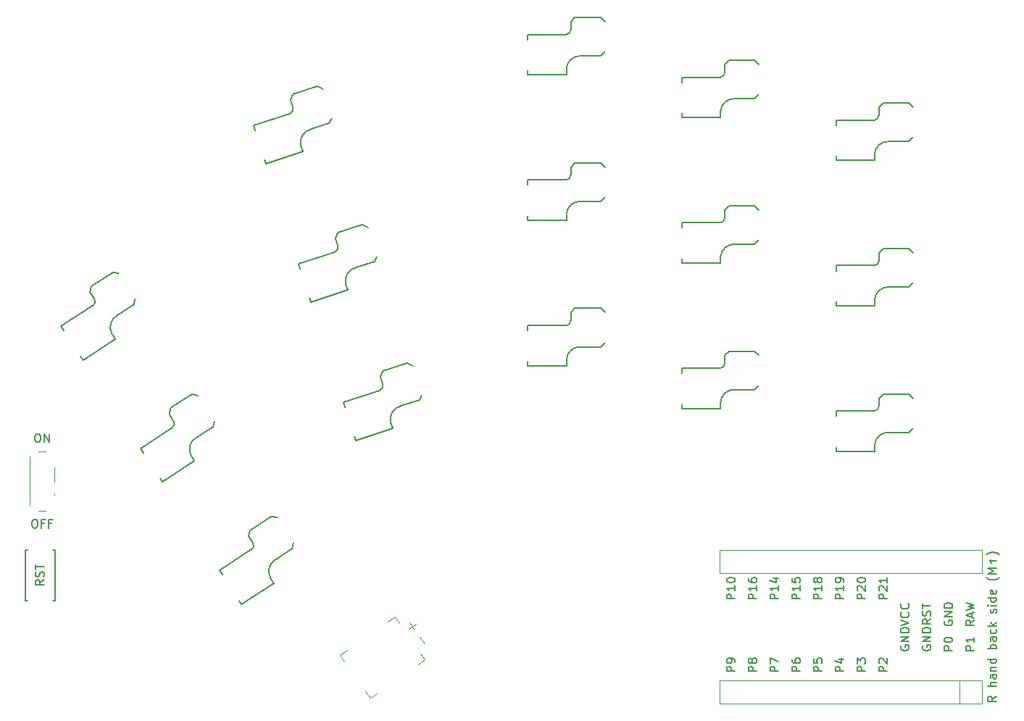
<source format=gbr>
%TF.GenerationSoftware,KiCad,Pcbnew,9.0.6*%
%TF.CreationDate,2025-12-19T17:46:44-08:00*%
%TF.ProjectId,aphelo30,61706865-6c6f-4333-902e-6b696361645f,v1.0.0*%
%TF.SameCoordinates,Original*%
%TF.FileFunction,Legend,Top*%
%TF.FilePolarity,Positive*%
%FSLAX46Y46*%
G04 Gerber Fmt 4.6, Leading zero omitted, Abs format (unit mm)*
G04 Created by KiCad (PCBNEW 9.0.6) date 2025-12-19 17:46:44*
%MOMM*%
%LPD*%
G01*
G04 APERTURE LIST*
%ADD10C,0.150000*%
%ADD11C,0.120000*%
%ADD12C,0.100000*%
G04 APERTURE END LIST*
D10*
X70226615Y-99750148D02*
X69750424Y-100083481D01*
X70226615Y-100321576D02*
X69226615Y-100321576D01*
X69226615Y-100321576D02*
X69226615Y-99940624D01*
X69226615Y-99940624D02*
X69274234Y-99845386D01*
X69274234Y-99845386D02*
X69321853Y-99797767D01*
X69321853Y-99797767D02*
X69417091Y-99750148D01*
X69417091Y-99750148D02*
X69559948Y-99750148D01*
X69559948Y-99750148D02*
X69655186Y-99797767D01*
X69655186Y-99797767D02*
X69702805Y-99845386D01*
X69702805Y-99845386D02*
X69750424Y-99940624D01*
X69750424Y-99940624D02*
X69750424Y-100321576D01*
X70178996Y-99369195D02*
X70226615Y-99226338D01*
X70226615Y-99226338D02*
X70226615Y-98988243D01*
X70226615Y-98988243D02*
X70178996Y-98893005D01*
X70178996Y-98893005D02*
X70131376Y-98845386D01*
X70131376Y-98845386D02*
X70036138Y-98797767D01*
X70036138Y-98797767D02*
X69940900Y-98797767D01*
X69940900Y-98797767D02*
X69845662Y-98845386D01*
X69845662Y-98845386D02*
X69798043Y-98893005D01*
X69798043Y-98893005D02*
X69750424Y-98988243D01*
X69750424Y-98988243D02*
X69702805Y-99178719D01*
X69702805Y-99178719D02*
X69655186Y-99273957D01*
X69655186Y-99273957D02*
X69607567Y-99321576D01*
X69607567Y-99321576D02*
X69512329Y-99369195D01*
X69512329Y-99369195D02*
X69417091Y-99369195D01*
X69417091Y-99369195D02*
X69321853Y-99321576D01*
X69321853Y-99321576D02*
X69274234Y-99273957D01*
X69274234Y-99273957D02*
X69226615Y-99178719D01*
X69226615Y-99178719D02*
X69226615Y-98940624D01*
X69226615Y-98940624D02*
X69274234Y-98797767D01*
X69226615Y-98512052D02*
X69226615Y-97940624D01*
X70226615Y-98226338D02*
X69226615Y-98226338D01*
X181471615Y-113345387D02*
X180995424Y-113678720D01*
X181471615Y-113916815D02*
X180471615Y-113916815D01*
X180471615Y-113916815D02*
X180471615Y-113535863D01*
X180471615Y-113535863D02*
X180519234Y-113440625D01*
X180519234Y-113440625D02*
X180566853Y-113393006D01*
X180566853Y-113393006D02*
X180662091Y-113345387D01*
X180662091Y-113345387D02*
X180804948Y-113345387D01*
X180804948Y-113345387D02*
X180900186Y-113393006D01*
X180900186Y-113393006D02*
X180947805Y-113440625D01*
X180947805Y-113440625D02*
X180995424Y-113535863D01*
X180995424Y-113535863D02*
X180995424Y-113916815D01*
X181471615Y-112154910D02*
X180471615Y-112154910D01*
X181471615Y-111726339D02*
X180947805Y-111726339D01*
X180947805Y-111726339D02*
X180852567Y-111773958D01*
X180852567Y-111773958D02*
X180804948Y-111869196D01*
X180804948Y-111869196D02*
X180804948Y-112012053D01*
X180804948Y-112012053D02*
X180852567Y-112107291D01*
X180852567Y-112107291D02*
X180900186Y-112154910D01*
X181471615Y-110821577D02*
X180947805Y-110821577D01*
X180947805Y-110821577D02*
X180852567Y-110869196D01*
X180852567Y-110869196D02*
X180804948Y-110964434D01*
X180804948Y-110964434D02*
X180804948Y-111154910D01*
X180804948Y-111154910D02*
X180852567Y-111250148D01*
X181423996Y-110821577D02*
X181471615Y-110916815D01*
X181471615Y-110916815D02*
X181471615Y-111154910D01*
X181471615Y-111154910D02*
X181423996Y-111250148D01*
X181423996Y-111250148D02*
X181328757Y-111297767D01*
X181328757Y-111297767D02*
X181233519Y-111297767D01*
X181233519Y-111297767D02*
X181138281Y-111250148D01*
X181138281Y-111250148D02*
X181090662Y-111154910D01*
X181090662Y-111154910D02*
X181090662Y-110916815D01*
X181090662Y-110916815D02*
X181043043Y-110821577D01*
X180804948Y-110345386D02*
X181471615Y-110345386D01*
X180900186Y-110345386D02*
X180852567Y-110297767D01*
X180852567Y-110297767D02*
X180804948Y-110202529D01*
X180804948Y-110202529D02*
X180804948Y-110059672D01*
X180804948Y-110059672D02*
X180852567Y-109964434D01*
X180852567Y-109964434D02*
X180947805Y-109916815D01*
X180947805Y-109916815D02*
X181471615Y-109916815D01*
X181471615Y-109012053D02*
X180471615Y-109012053D01*
X181423996Y-109012053D02*
X181471615Y-109107291D01*
X181471615Y-109107291D02*
X181471615Y-109297767D01*
X181471615Y-109297767D02*
X181423996Y-109393005D01*
X181423996Y-109393005D02*
X181376376Y-109440624D01*
X181376376Y-109440624D02*
X181281138Y-109488243D01*
X181281138Y-109488243D02*
X180995424Y-109488243D01*
X180995424Y-109488243D02*
X180900186Y-109440624D01*
X180900186Y-109440624D02*
X180852567Y-109393005D01*
X180852567Y-109393005D02*
X180804948Y-109297767D01*
X180804948Y-109297767D02*
X180804948Y-109107291D01*
X180804948Y-109107291D02*
X180852567Y-109012053D01*
X181471615Y-107773957D02*
X180471615Y-107773957D01*
X180852567Y-107773957D02*
X180804948Y-107678719D01*
X180804948Y-107678719D02*
X180804948Y-107488243D01*
X180804948Y-107488243D02*
X180852567Y-107393005D01*
X180852567Y-107393005D02*
X180900186Y-107345386D01*
X180900186Y-107345386D02*
X180995424Y-107297767D01*
X180995424Y-107297767D02*
X181281138Y-107297767D01*
X181281138Y-107297767D02*
X181376376Y-107345386D01*
X181376376Y-107345386D02*
X181423996Y-107393005D01*
X181423996Y-107393005D02*
X181471615Y-107488243D01*
X181471615Y-107488243D02*
X181471615Y-107678719D01*
X181471615Y-107678719D02*
X181423996Y-107773957D01*
X181471615Y-106440624D02*
X180947805Y-106440624D01*
X180947805Y-106440624D02*
X180852567Y-106488243D01*
X180852567Y-106488243D02*
X180804948Y-106583481D01*
X180804948Y-106583481D02*
X180804948Y-106773957D01*
X180804948Y-106773957D02*
X180852567Y-106869195D01*
X181423996Y-106440624D02*
X181471615Y-106535862D01*
X181471615Y-106535862D02*
X181471615Y-106773957D01*
X181471615Y-106773957D02*
X181423996Y-106869195D01*
X181423996Y-106869195D02*
X181328757Y-106916814D01*
X181328757Y-106916814D02*
X181233519Y-106916814D01*
X181233519Y-106916814D02*
X181138281Y-106869195D01*
X181138281Y-106869195D02*
X181090662Y-106773957D01*
X181090662Y-106773957D02*
X181090662Y-106535862D01*
X181090662Y-106535862D02*
X181043043Y-106440624D01*
X181423996Y-105535862D02*
X181471615Y-105631100D01*
X181471615Y-105631100D02*
X181471615Y-105821576D01*
X181471615Y-105821576D02*
X181423996Y-105916814D01*
X181423996Y-105916814D02*
X181376376Y-105964433D01*
X181376376Y-105964433D02*
X181281138Y-106012052D01*
X181281138Y-106012052D02*
X180995424Y-106012052D01*
X180995424Y-106012052D02*
X180900186Y-105964433D01*
X180900186Y-105964433D02*
X180852567Y-105916814D01*
X180852567Y-105916814D02*
X180804948Y-105821576D01*
X180804948Y-105821576D02*
X180804948Y-105631100D01*
X180804948Y-105631100D02*
X180852567Y-105535862D01*
X181471615Y-105107290D02*
X180471615Y-105107290D01*
X181090662Y-105012052D02*
X181471615Y-104726338D01*
X180804948Y-104726338D02*
X181185900Y-105107290D01*
X181423996Y-103583480D02*
X181471615Y-103488242D01*
X181471615Y-103488242D02*
X181471615Y-103297766D01*
X181471615Y-103297766D02*
X181423996Y-103202528D01*
X181423996Y-103202528D02*
X181328757Y-103154909D01*
X181328757Y-103154909D02*
X181281138Y-103154909D01*
X181281138Y-103154909D02*
X181185900Y-103202528D01*
X181185900Y-103202528D02*
X181138281Y-103297766D01*
X181138281Y-103297766D02*
X181138281Y-103440623D01*
X181138281Y-103440623D02*
X181090662Y-103535861D01*
X181090662Y-103535861D02*
X180995424Y-103583480D01*
X180995424Y-103583480D02*
X180947805Y-103583480D01*
X180947805Y-103583480D02*
X180852567Y-103535861D01*
X180852567Y-103535861D02*
X180804948Y-103440623D01*
X180804948Y-103440623D02*
X180804948Y-103297766D01*
X180804948Y-103297766D02*
X180852567Y-103202528D01*
X181471615Y-102726337D02*
X180804948Y-102726337D01*
X180471615Y-102726337D02*
X180519234Y-102773956D01*
X180519234Y-102773956D02*
X180566853Y-102726337D01*
X180566853Y-102726337D02*
X180519234Y-102678718D01*
X180519234Y-102678718D02*
X180471615Y-102726337D01*
X180471615Y-102726337D02*
X180566853Y-102726337D01*
X181471615Y-101821576D02*
X180471615Y-101821576D01*
X181423996Y-101821576D02*
X181471615Y-101916814D01*
X181471615Y-101916814D02*
X181471615Y-102107290D01*
X181471615Y-102107290D02*
X181423996Y-102202528D01*
X181423996Y-102202528D02*
X181376376Y-102250147D01*
X181376376Y-102250147D02*
X181281138Y-102297766D01*
X181281138Y-102297766D02*
X180995424Y-102297766D01*
X180995424Y-102297766D02*
X180900186Y-102250147D01*
X180900186Y-102250147D02*
X180852567Y-102202528D01*
X180852567Y-102202528D02*
X180804948Y-102107290D01*
X180804948Y-102107290D02*
X180804948Y-101916814D01*
X180804948Y-101916814D02*
X180852567Y-101821576D01*
X181423996Y-100964433D02*
X181471615Y-101059671D01*
X181471615Y-101059671D02*
X181471615Y-101250147D01*
X181471615Y-101250147D02*
X181423996Y-101345385D01*
X181423996Y-101345385D02*
X181328757Y-101393004D01*
X181328757Y-101393004D02*
X180947805Y-101393004D01*
X180947805Y-101393004D02*
X180852567Y-101345385D01*
X180852567Y-101345385D02*
X180804948Y-101250147D01*
X180804948Y-101250147D02*
X180804948Y-101059671D01*
X180804948Y-101059671D02*
X180852567Y-100964433D01*
X180852567Y-100964433D02*
X180947805Y-100916814D01*
X180947805Y-100916814D02*
X181043043Y-100916814D01*
X181043043Y-100916814D02*
X181138281Y-101393004D01*
X181852567Y-99440623D02*
X181804948Y-99488242D01*
X181804948Y-99488242D02*
X181662091Y-99583480D01*
X181662091Y-99583480D02*
X181566853Y-99631099D01*
X181566853Y-99631099D02*
X181423996Y-99678718D01*
X181423996Y-99678718D02*
X181185900Y-99726337D01*
X181185900Y-99726337D02*
X180995424Y-99726337D01*
X180995424Y-99726337D02*
X180757329Y-99678718D01*
X180757329Y-99678718D02*
X180614472Y-99631099D01*
X180614472Y-99631099D02*
X180519234Y-99583480D01*
X180519234Y-99583480D02*
X180376376Y-99488242D01*
X180376376Y-99488242D02*
X180328757Y-99440623D01*
X181471615Y-99059670D02*
X180471615Y-99059670D01*
X180471615Y-99059670D02*
X181185900Y-98726337D01*
X181185900Y-98726337D02*
X180471615Y-98393004D01*
X180471615Y-98393004D02*
X181471615Y-98393004D01*
X181471615Y-97535861D02*
X180709710Y-97535861D01*
X180900186Y-97726337D02*
X180709710Y-97535861D01*
X180709710Y-97535861D02*
X180900186Y-97345385D01*
X181852567Y-96773956D02*
X181804948Y-96726337D01*
X181804948Y-96726337D02*
X181662091Y-96631099D01*
X181662091Y-96631099D02*
X181566853Y-96583480D01*
X181566853Y-96583480D02*
X181423996Y-96535861D01*
X181423996Y-96535861D02*
X181185900Y-96488242D01*
X181185900Y-96488242D02*
X180995424Y-96488242D01*
X180995424Y-96488242D02*
X180757329Y-96535861D01*
X180757329Y-96535861D02*
X180614472Y-96583480D01*
X180614472Y-96583480D02*
X180519234Y-96631099D01*
X180519234Y-96631099D02*
X180376376Y-96726337D01*
X180376376Y-96726337D02*
X180328757Y-96773956D01*
X150986615Y-110410623D02*
X149986615Y-110410623D01*
X149986615Y-110410623D02*
X149986615Y-110029671D01*
X149986615Y-110029671D02*
X150034234Y-109934433D01*
X150034234Y-109934433D02*
X150081853Y-109886814D01*
X150081853Y-109886814D02*
X150177091Y-109839195D01*
X150177091Y-109839195D02*
X150319948Y-109839195D01*
X150319948Y-109839195D02*
X150415186Y-109886814D01*
X150415186Y-109886814D02*
X150462805Y-109934433D01*
X150462805Y-109934433D02*
X150510424Y-110029671D01*
X150510424Y-110029671D02*
X150510424Y-110410623D01*
X150986615Y-109363004D02*
X150986615Y-109172528D01*
X150986615Y-109172528D02*
X150938996Y-109077290D01*
X150938996Y-109077290D02*
X150891376Y-109029671D01*
X150891376Y-109029671D02*
X150748519Y-108934433D01*
X150748519Y-108934433D02*
X150558043Y-108886814D01*
X150558043Y-108886814D02*
X150177091Y-108886814D01*
X150177091Y-108886814D02*
X150081853Y-108934433D01*
X150081853Y-108934433D02*
X150034234Y-108982052D01*
X150034234Y-108982052D02*
X149986615Y-109077290D01*
X149986615Y-109077290D02*
X149986615Y-109267766D01*
X149986615Y-109267766D02*
X150034234Y-109363004D01*
X150034234Y-109363004D02*
X150081853Y-109410623D01*
X150081853Y-109410623D02*
X150177091Y-109458242D01*
X150177091Y-109458242D02*
X150415186Y-109458242D01*
X150415186Y-109458242D02*
X150510424Y-109410623D01*
X150510424Y-109410623D02*
X150558043Y-109363004D01*
X150558043Y-109363004D02*
X150605662Y-109267766D01*
X150605662Y-109267766D02*
X150605662Y-109077290D01*
X150605662Y-109077290D02*
X150558043Y-108982052D01*
X150558043Y-108982052D02*
X150510424Y-108934433D01*
X150510424Y-108934433D02*
X150415186Y-108886814D01*
X150986615Y-101946814D02*
X149986615Y-101946814D01*
X149986615Y-101946814D02*
X149986615Y-101565862D01*
X149986615Y-101565862D02*
X150034234Y-101470624D01*
X150034234Y-101470624D02*
X150081853Y-101423005D01*
X150081853Y-101423005D02*
X150177091Y-101375386D01*
X150177091Y-101375386D02*
X150319948Y-101375386D01*
X150319948Y-101375386D02*
X150415186Y-101423005D01*
X150415186Y-101423005D02*
X150462805Y-101470624D01*
X150462805Y-101470624D02*
X150510424Y-101565862D01*
X150510424Y-101565862D02*
X150510424Y-101946814D01*
X150986615Y-100423005D02*
X150986615Y-100994433D01*
X150986615Y-100708719D02*
X149986615Y-100708719D01*
X149986615Y-100708719D02*
X150129472Y-100803957D01*
X150129472Y-100803957D02*
X150224710Y-100899195D01*
X150224710Y-100899195D02*
X150272329Y-100994433D01*
X149986615Y-99803957D02*
X149986615Y-99708719D01*
X149986615Y-99708719D02*
X150034234Y-99613481D01*
X150034234Y-99613481D02*
X150081853Y-99565862D01*
X150081853Y-99565862D02*
X150177091Y-99518243D01*
X150177091Y-99518243D02*
X150367567Y-99470624D01*
X150367567Y-99470624D02*
X150605662Y-99470624D01*
X150605662Y-99470624D02*
X150796138Y-99518243D01*
X150796138Y-99518243D02*
X150891376Y-99565862D01*
X150891376Y-99565862D02*
X150938996Y-99613481D01*
X150938996Y-99613481D02*
X150986615Y-99708719D01*
X150986615Y-99708719D02*
X150986615Y-99803957D01*
X150986615Y-99803957D02*
X150938996Y-99899195D01*
X150938996Y-99899195D02*
X150891376Y-99946814D01*
X150891376Y-99946814D02*
X150796138Y-99994433D01*
X150796138Y-99994433D02*
X150605662Y-100042052D01*
X150605662Y-100042052D02*
X150367567Y-100042052D01*
X150367567Y-100042052D02*
X150177091Y-99994433D01*
X150177091Y-99994433D02*
X150081853Y-99946814D01*
X150081853Y-99946814D02*
X150034234Y-99899195D01*
X150034234Y-99899195D02*
X149986615Y-99803957D01*
X153526615Y-110410623D02*
X152526615Y-110410623D01*
X152526615Y-110410623D02*
X152526615Y-110029671D01*
X152526615Y-110029671D02*
X152574234Y-109934433D01*
X152574234Y-109934433D02*
X152621853Y-109886814D01*
X152621853Y-109886814D02*
X152717091Y-109839195D01*
X152717091Y-109839195D02*
X152859948Y-109839195D01*
X152859948Y-109839195D02*
X152955186Y-109886814D01*
X152955186Y-109886814D02*
X153002805Y-109934433D01*
X153002805Y-109934433D02*
X153050424Y-110029671D01*
X153050424Y-110029671D02*
X153050424Y-110410623D01*
X152955186Y-109267766D02*
X152907567Y-109363004D01*
X152907567Y-109363004D02*
X152859948Y-109410623D01*
X152859948Y-109410623D02*
X152764710Y-109458242D01*
X152764710Y-109458242D02*
X152717091Y-109458242D01*
X152717091Y-109458242D02*
X152621853Y-109410623D01*
X152621853Y-109410623D02*
X152574234Y-109363004D01*
X152574234Y-109363004D02*
X152526615Y-109267766D01*
X152526615Y-109267766D02*
X152526615Y-109077290D01*
X152526615Y-109077290D02*
X152574234Y-108982052D01*
X152574234Y-108982052D02*
X152621853Y-108934433D01*
X152621853Y-108934433D02*
X152717091Y-108886814D01*
X152717091Y-108886814D02*
X152764710Y-108886814D01*
X152764710Y-108886814D02*
X152859948Y-108934433D01*
X152859948Y-108934433D02*
X152907567Y-108982052D01*
X152907567Y-108982052D02*
X152955186Y-109077290D01*
X152955186Y-109077290D02*
X152955186Y-109267766D01*
X152955186Y-109267766D02*
X153002805Y-109363004D01*
X153002805Y-109363004D02*
X153050424Y-109410623D01*
X153050424Y-109410623D02*
X153145662Y-109458242D01*
X153145662Y-109458242D02*
X153336138Y-109458242D01*
X153336138Y-109458242D02*
X153431376Y-109410623D01*
X153431376Y-109410623D02*
X153478996Y-109363004D01*
X153478996Y-109363004D02*
X153526615Y-109267766D01*
X153526615Y-109267766D02*
X153526615Y-109077290D01*
X153526615Y-109077290D02*
X153478996Y-108982052D01*
X153478996Y-108982052D02*
X153431376Y-108934433D01*
X153431376Y-108934433D02*
X153336138Y-108886814D01*
X153336138Y-108886814D02*
X153145662Y-108886814D01*
X153145662Y-108886814D02*
X153050424Y-108934433D01*
X153050424Y-108934433D02*
X153002805Y-108982052D01*
X153002805Y-108982052D02*
X152955186Y-109077290D01*
X153526615Y-101946814D02*
X152526615Y-101946814D01*
X152526615Y-101946814D02*
X152526615Y-101565862D01*
X152526615Y-101565862D02*
X152574234Y-101470624D01*
X152574234Y-101470624D02*
X152621853Y-101423005D01*
X152621853Y-101423005D02*
X152717091Y-101375386D01*
X152717091Y-101375386D02*
X152859948Y-101375386D01*
X152859948Y-101375386D02*
X152955186Y-101423005D01*
X152955186Y-101423005D02*
X153002805Y-101470624D01*
X153002805Y-101470624D02*
X153050424Y-101565862D01*
X153050424Y-101565862D02*
X153050424Y-101946814D01*
X153526615Y-100423005D02*
X153526615Y-100994433D01*
X153526615Y-100708719D02*
X152526615Y-100708719D01*
X152526615Y-100708719D02*
X152669472Y-100803957D01*
X152669472Y-100803957D02*
X152764710Y-100899195D01*
X152764710Y-100899195D02*
X152812329Y-100994433D01*
X152526615Y-99565862D02*
X152526615Y-99756338D01*
X152526615Y-99756338D02*
X152574234Y-99851576D01*
X152574234Y-99851576D02*
X152621853Y-99899195D01*
X152621853Y-99899195D02*
X152764710Y-99994433D01*
X152764710Y-99994433D02*
X152955186Y-100042052D01*
X152955186Y-100042052D02*
X153336138Y-100042052D01*
X153336138Y-100042052D02*
X153431376Y-99994433D01*
X153431376Y-99994433D02*
X153478996Y-99946814D01*
X153478996Y-99946814D02*
X153526615Y-99851576D01*
X153526615Y-99851576D02*
X153526615Y-99661100D01*
X153526615Y-99661100D02*
X153478996Y-99565862D01*
X153478996Y-99565862D02*
X153431376Y-99518243D01*
X153431376Y-99518243D02*
X153336138Y-99470624D01*
X153336138Y-99470624D02*
X153098043Y-99470624D01*
X153098043Y-99470624D02*
X153002805Y-99518243D01*
X153002805Y-99518243D02*
X152955186Y-99565862D01*
X152955186Y-99565862D02*
X152907567Y-99661100D01*
X152907567Y-99661100D02*
X152907567Y-99851576D01*
X152907567Y-99851576D02*
X152955186Y-99946814D01*
X152955186Y-99946814D02*
X153002805Y-99994433D01*
X153002805Y-99994433D02*
X153098043Y-100042052D01*
X156066615Y-110410623D02*
X155066615Y-110410623D01*
X155066615Y-110410623D02*
X155066615Y-110029671D01*
X155066615Y-110029671D02*
X155114234Y-109934433D01*
X155114234Y-109934433D02*
X155161853Y-109886814D01*
X155161853Y-109886814D02*
X155257091Y-109839195D01*
X155257091Y-109839195D02*
X155399948Y-109839195D01*
X155399948Y-109839195D02*
X155495186Y-109886814D01*
X155495186Y-109886814D02*
X155542805Y-109934433D01*
X155542805Y-109934433D02*
X155590424Y-110029671D01*
X155590424Y-110029671D02*
X155590424Y-110410623D01*
X155066615Y-109505861D02*
X155066615Y-108839195D01*
X155066615Y-108839195D02*
X156066615Y-109267766D01*
X156066615Y-101946814D02*
X155066615Y-101946814D01*
X155066615Y-101946814D02*
X155066615Y-101565862D01*
X155066615Y-101565862D02*
X155114234Y-101470624D01*
X155114234Y-101470624D02*
X155161853Y-101423005D01*
X155161853Y-101423005D02*
X155257091Y-101375386D01*
X155257091Y-101375386D02*
X155399948Y-101375386D01*
X155399948Y-101375386D02*
X155495186Y-101423005D01*
X155495186Y-101423005D02*
X155542805Y-101470624D01*
X155542805Y-101470624D02*
X155590424Y-101565862D01*
X155590424Y-101565862D02*
X155590424Y-101946814D01*
X156066615Y-100423005D02*
X156066615Y-100994433D01*
X156066615Y-100708719D02*
X155066615Y-100708719D01*
X155066615Y-100708719D02*
X155209472Y-100803957D01*
X155209472Y-100803957D02*
X155304710Y-100899195D01*
X155304710Y-100899195D02*
X155352329Y-100994433D01*
X155399948Y-99565862D02*
X156066615Y-99565862D01*
X155018996Y-99803957D02*
X155733281Y-100042052D01*
X155733281Y-100042052D02*
X155733281Y-99423005D01*
X158606615Y-110410623D02*
X157606615Y-110410623D01*
X157606615Y-110410623D02*
X157606615Y-110029671D01*
X157606615Y-110029671D02*
X157654234Y-109934433D01*
X157654234Y-109934433D02*
X157701853Y-109886814D01*
X157701853Y-109886814D02*
X157797091Y-109839195D01*
X157797091Y-109839195D02*
X157939948Y-109839195D01*
X157939948Y-109839195D02*
X158035186Y-109886814D01*
X158035186Y-109886814D02*
X158082805Y-109934433D01*
X158082805Y-109934433D02*
X158130424Y-110029671D01*
X158130424Y-110029671D02*
X158130424Y-110410623D01*
X157606615Y-108982052D02*
X157606615Y-109172528D01*
X157606615Y-109172528D02*
X157654234Y-109267766D01*
X157654234Y-109267766D02*
X157701853Y-109315385D01*
X157701853Y-109315385D02*
X157844710Y-109410623D01*
X157844710Y-109410623D02*
X158035186Y-109458242D01*
X158035186Y-109458242D02*
X158416138Y-109458242D01*
X158416138Y-109458242D02*
X158511376Y-109410623D01*
X158511376Y-109410623D02*
X158558996Y-109363004D01*
X158558996Y-109363004D02*
X158606615Y-109267766D01*
X158606615Y-109267766D02*
X158606615Y-109077290D01*
X158606615Y-109077290D02*
X158558996Y-108982052D01*
X158558996Y-108982052D02*
X158511376Y-108934433D01*
X158511376Y-108934433D02*
X158416138Y-108886814D01*
X158416138Y-108886814D02*
X158178043Y-108886814D01*
X158178043Y-108886814D02*
X158082805Y-108934433D01*
X158082805Y-108934433D02*
X158035186Y-108982052D01*
X158035186Y-108982052D02*
X157987567Y-109077290D01*
X157987567Y-109077290D02*
X157987567Y-109267766D01*
X157987567Y-109267766D02*
X158035186Y-109363004D01*
X158035186Y-109363004D02*
X158082805Y-109410623D01*
X158082805Y-109410623D02*
X158178043Y-109458242D01*
X158606615Y-101946814D02*
X157606615Y-101946814D01*
X157606615Y-101946814D02*
X157606615Y-101565862D01*
X157606615Y-101565862D02*
X157654234Y-101470624D01*
X157654234Y-101470624D02*
X157701853Y-101423005D01*
X157701853Y-101423005D02*
X157797091Y-101375386D01*
X157797091Y-101375386D02*
X157939948Y-101375386D01*
X157939948Y-101375386D02*
X158035186Y-101423005D01*
X158035186Y-101423005D02*
X158082805Y-101470624D01*
X158082805Y-101470624D02*
X158130424Y-101565862D01*
X158130424Y-101565862D02*
X158130424Y-101946814D01*
X158606615Y-100423005D02*
X158606615Y-100994433D01*
X158606615Y-100708719D02*
X157606615Y-100708719D01*
X157606615Y-100708719D02*
X157749472Y-100803957D01*
X157749472Y-100803957D02*
X157844710Y-100899195D01*
X157844710Y-100899195D02*
X157892329Y-100994433D01*
X157606615Y-99518243D02*
X157606615Y-99994433D01*
X157606615Y-99994433D02*
X158082805Y-100042052D01*
X158082805Y-100042052D02*
X158035186Y-99994433D01*
X158035186Y-99994433D02*
X157987567Y-99899195D01*
X157987567Y-99899195D02*
X157987567Y-99661100D01*
X157987567Y-99661100D02*
X158035186Y-99565862D01*
X158035186Y-99565862D02*
X158082805Y-99518243D01*
X158082805Y-99518243D02*
X158178043Y-99470624D01*
X158178043Y-99470624D02*
X158416138Y-99470624D01*
X158416138Y-99470624D02*
X158511376Y-99518243D01*
X158511376Y-99518243D02*
X158558996Y-99565862D01*
X158558996Y-99565862D02*
X158606615Y-99661100D01*
X158606615Y-99661100D02*
X158606615Y-99899195D01*
X158606615Y-99899195D02*
X158558996Y-99994433D01*
X158558996Y-99994433D02*
X158511376Y-100042052D01*
X161146615Y-110410623D02*
X160146615Y-110410623D01*
X160146615Y-110410623D02*
X160146615Y-110029671D01*
X160146615Y-110029671D02*
X160194234Y-109934433D01*
X160194234Y-109934433D02*
X160241853Y-109886814D01*
X160241853Y-109886814D02*
X160337091Y-109839195D01*
X160337091Y-109839195D02*
X160479948Y-109839195D01*
X160479948Y-109839195D02*
X160575186Y-109886814D01*
X160575186Y-109886814D02*
X160622805Y-109934433D01*
X160622805Y-109934433D02*
X160670424Y-110029671D01*
X160670424Y-110029671D02*
X160670424Y-110410623D01*
X160146615Y-108934433D02*
X160146615Y-109410623D01*
X160146615Y-109410623D02*
X160622805Y-109458242D01*
X160622805Y-109458242D02*
X160575186Y-109410623D01*
X160575186Y-109410623D02*
X160527567Y-109315385D01*
X160527567Y-109315385D02*
X160527567Y-109077290D01*
X160527567Y-109077290D02*
X160575186Y-108982052D01*
X160575186Y-108982052D02*
X160622805Y-108934433D01*
X160622805Y-108934433D02*
X160718043Y-108886814D01*
X160718043Y-108886814D02*
X160956138Y-108886814D01*
X160956138Y-108886814D02*
X161051376Y-108934433D01*
X161051376Y-108934433D02*
X161098996Y-108982052D01*
X161098996Y-108982052D02*
X161146615Y-109077290D01*
X161146615Y-109077290D02*
X161146615Y-109315385D01*
X161146615Y-109315385D02*
X161098996Y-109410623D01*
X161098996Y-109410623D02*
X161051376Y-109458242D01*
X161146615Y-101946814D02*
X160146615Y-101946814D01*
X160146615Y-101946814D02*
X160146615Y-101565862D01*
X160146615Y-101565862D02*
X160194234Y-101470624D01*
X160194234Y-101470624D02*
X160241853Y-101423005D01*
X160241853Y-101423005D02*
X160337091Y-101375386D01*
X160337091Y-101375386D02*
X160479948Y-101375386D01*
X160479948Y-101375386D02*
X160575186Y-101423005D01*
X160575186Y-101423005D02*
X160622805Y-101470624D01*
X160622805Y-101470624D02*
X160670424Y-101565862D01*
X160670424Y-101565862D02*
X160670424Y-101946814D01*
X161146615Y-100423005D02*
X161146615Y-100994433D01*
X161146615Y-100708719D02*
X160146615Y-100708719D01*
X160146615Y-100708719D02*
X160289472Y-100803957D01*
X160289472Y-100803957D02*
X160384710Y-100899195D01*
X160384710Y-100899195D02*
X160432329Y-100994433D01*
X160575186Y-99851576D02*
X160527567Y-99946814D01*
X160527567Y-99946814D02*
X160479948Y-99994433D01*
X160479948Y-99994433D02*
X160384710Y-100042052D01*
X160384710Y-100042052D02*
X160337091Y-100042052D01*
X160337091Y-100042052D02*
X160241853Y-99994433D01*
X160241853Y-99994433D02*
X160194234Y-99946814D01*
X160194234Y-99946814D02*
X160146615Y-99851576D01*
X160146615Y-99851576D02*
X160146615Y-99661100D01*
X160146615Y-99661100D02*
X160194234Y-99565862D01*
X160194234Y-99565862D02*
X160241853Y-99518243D01*
X160241853Y-99518243D02*
X160337091Y-99470624D01*
X160337091Y-99470624D02*
X160384710Y-99470624D01*
X160384710Y-99470624D02*
X160479948Y-99518243D01*
X160479948Y-99518243D02*
X160527567Y-99565862D01*
X160527567Y-99565862D02*
X160575186Y-99661100D01*
X160575186Y-99661100D02*
X160575186Y-99851576D01*
X160575186Y-99851576D02*
X160622805Y-99946814D01*
X160622805Y-99946814D02*
X160670424Y-99994433D01*
X160670424Y-99994433D02*
X160765662Y-100042052D01*
X160765662Y-100042052D02*
X160956138Y-100042052D01*
X160956138Y-100042052D02*
X161051376Y-99994433D01*
X161051376Y-99994433D02*
X161098996Y-99946814D01*
X161098996Y-99946814D02*
X161146615Y-99851576D01*
X161146615Y-99851576D02*
X161146615Y-99661100D01*
X161146615Y-99661100D02*
X161098996Y-99565862D01*
X161098996Y-99565862D02*
X161051376Y-99518243D01*
X161051376Y-99518243D02*
X160956138Y-99470624D01*
X160956138Y-99470624D02*
X160765662Y-99470624D01*
X160765662Y-99470624D02*
X160670424Y-99518243D01*
X160670424Y-99518243D02*
X160622805Y-99565862D01*
X160622805Y-99565862D02*
X160575186Y-99661100D01*
X163686615Y-110410623D02*
X162686615Y-110410623D01*
X162686615Y-110410623D02*
X162686615Y-110029671D01*
X162686615Y-110029671D02*
X162734234Y-109934433D01*
X162734234Y-109934433D02*
X162781853Y-109886814D01*
X162781853Y-109886814D02*
X162877091Y-109839195D01*
X162877091Y-109839195D02*
X163019948Y-109839195D01*
X163019948Y-109839195D02*
X163115186Y-109886814D01*
X163115186Y-109886814D02*
X163162805Y-109934433D01*
X163162805Y-109934433D02*
X163210424Y-110029671D01*
X163210424Y-110029671D02*
X163210424Y-110410623D01*
X163019948Y-108982052D02*
X163686615Y-108982052D01*
X162638996Y-109220147D02*
X163353281Y-109458242D01*
X163353281Y-109458242D02*
X163353281Y-108839195D01*
X163686615Y-101946814D02*
X162686615Y-101946814D01*
X162686615Y-101946814D02*
X162686615Y-101565862D01*
X162686615Y-101565862D02*
X162734234Y-101470624D01*
X162734234Y-101470624D02*
X162781853Y-101423005D01*
X162781853Y-101423005D02*
X162877091Y-101375386D01*
X162877091Y-101375386D02*
X163019948Y-101375386D01*
X163019948Y-101375386D02*
X163115186Y-101423005D01*
X163115186Y-101423005D02*
X163162805Y-101470624D01*
X163162805Y-101470624D02*
X163210424Y-101565862D01*
X163210424Y-101565862D02*
X163210424Y-101946814D01*
X163686615Y-100423005D02*
X163686615Y-100994433D01*
X163686615Y-100708719D02*
X162686615Y-100708719D01*
X162686615Y-100708719D02*
X162829472Y-100803957D01*
X162829472Y-100803957D02*
X162924710Y-100899195D01*
X162924710Y-100899195D02*
X162972329Y-100994433D01*
X163686615Y-99946814D02*
X163686615Y-99756338D01*
X163686615Y-99756338D02*
X163638996Y-99661100D01*
X163638996Y-99661100D02*
X163591376Y-99613481D01*
X163591376Y-99613481D02*
X163448519Y-99518243D01*
X163448519Y-99518243D02*
X163258043Y-99470624D01*
X163258043Y-99470624D02*
X162877091Y-99470624D01*
X162877091Y-99470624D02*
X162781853Y-99518243D01*
X162781853Y-99518243D02*
X162734234Y-99565862D01*
X162734234Y-99565862D02*
X162686615Y-99661100D01*
X162686615Y-99661100D02*
X162686615Y-99851576D01*
X162686615Y-99851576D02*
X162734234Y-99946814D01*
X162734234Y-99946814D02*
X162781853Y-99994433D01*
X162781853Y-99994433D02*
X162877091Y-100042052D01*
X162877091Y-100042052D02*
X163115186Y-100042052D01*
X163115186Y-100042052D02*
X163210424Y-99994433D01*
X163210424Y-99994433D02*
X163258043Y-99946814D01*
X163258043Y-99946814D02*
X163305662Y-99851576D01*
X163305662Y-99851576D02*
X163305662Y-99661100D01*
X163305662Y-99661100D02*
X163258043Y-99565862D01*
X163258043Y-99565862D02*
X163210424Y-99518243D01*
X163210424Y-99518243D02*
X163115186Y-99470624D01*
X166226615Y-110410623D02*
X165226615Y-110410623D01*
X165226615Y-110410623D02*
X165226615Y-110029671D01*
X165226615Y-110029671D02*
X165274234Y-109934433D01*
X165274234Y-109934433D02*
X165321853Y-109886814D01*
X165321853Y-109886814D02*
X165417091Y-109839195D01*
X165417091Y-109839195D02*
X165559948Y-109839195D01*
X165559948Y-109839195D02*
X165655186Y-109886814D01*
X165655186Y-109886814D02*
X165702805Y-109934433D01*
X165702805Y-109934433D02*
X165750424Y-110029671D01*
X165750424Y-110029671D02*
X165750424Y-110410623D01*
X165226615Y-109505861D02*
X165226615Y-108886814D01*
X165226615Y-108886814D02*
X165607567Y-109220147D01*
X165607567Y-109220147D02*
X165607567Y-109077290D01*
X165607567Y-109077290D02*
X165655186Y-108982052D01*
X165655186Y-108982052D02*
X165702805Y-108934433D01*
X165702805Y-108934433D02*
X165798043Y-108886814D01*
X165798043Y-108886814D02*
X166036138Y-108886814D01*
X166036138Y-108886814D02*
X166131376Y-108934433D01*
X166131376Y-108934433D02*
X166178996Y-108982052D01*
X166178996Y-108982052D02*
X166226615Y-109077290D01*
X166226615Y-109077290D02*
X166226615Y-109363004D01*
X166226615Y-109363004D02*
X166178996Y-109458242D01*
X166178996Y-109458242D02*
X166131376Y-109505861D01*
X166226615Y-101946814D02*
X165226615Y-101946814D01*
X165226615Y-101946814D02*
X165226615Y-101565862D01*
X165226615Y-101565862D02*
X165274234Y-101470624D01*
X165274234Y-101470624D02*
X165321853Y-101423005D01*
X165321853Y-101423005D02*
X165417091Y-101375386D01*
X165417091Y-101375386D02*
X165559948Y-101375386D01*
X165559948Y-101375386D02*
X165655186Y-101423005D01*
X165655186Y-101423005D02*
X165702805Y-101470624D01*
X165702805Y-101470624D02*
X165750424Y-101565862D01*
X165750424Y-101565862D02*
X165750424Y-101946814D01*
X165321853Y-100994433D02*
X165274234Y-100946814D01*
X165274234Y-100946814D02*
X165226615Y-100851576D01*
X165226615Y-100851576D02*
X165226615Y-100613481D01*
X165226615Y-100613481D02*
X165274234Y-100518243D01*
X165274234Y-100518243D02*
X165321853Y-100470624D01*
X165321853Y-100470624D02*
X165417091Y-100423005D01*
X165417091Y-100423005D02*
X165512329Y-100423005D01*
X165512329Y-100423005D02*
X165655186Y-100470624D01*
X165655186Y-100470624D02*
X166226615Y-101042052D01*
X166226615Y-101042052D02*
X166226615Y-100423005D01*
X165226615Y-99803957D02*
X165226615Y-99708719D01*
X165226615Y-99708719D02*
X165274234Y-99613481D01*
X165274234Y-99613481D02*
X165321853Y-99565862D01*
X165321853Y-99565862D02*
X165417091Y-99518243D01*
X165417091Y-99518243D02*
X165607567Y-99470624D01*
X165607567Y-99470624D02*
X165845662Y-99470624D01*
X165845662Y-99470624D02*
X166036138Y-99518243D01*
X166036138Y-99518243D02*
X166131376Y-99565862D01*
X166131376Y-99565862D02*
X166178996Y-99613481D01*
X166178996Y-99613481D02*
X166226615Y-99708719D01*
X166226615Y-99708719D02*
X166226615Y-99803957D01*
X166226615Y-99803957D02*
X166178996Y-99899195D01*
X166178996Y-99899195D02*
X166131376Y-99946814D01*
X166131376Y-99946814D02*
X166036138Y-99994433D01*
X166036138Y-99994433D02*
X165845662Y-100042052D01*
X165845662Y-100042052D02*
X165607567Y-100042052D01*
X165607567Y-100042052D02*
X165417091Y-99994433D01*
X165417091Y-99994433D02*
X165321853Y-99946814D01*
X165321853Y-99946814D02*
X165274234Y-99899195D01*
X165274234Y-99899195D02*
X165226615Y-99803957D01*
X168766615Y-110410623D02*
X167766615Y-110410623D01*
X167766615Y-110410623D02*
X167766615Y-110029671D01*
X167766615Y-110029671D02*
X167814234Y-109934433D01*
X167814234Y-109934433D02*
X167861853Y-109886814D01*
X167861853Y-109886814D02*
X167957091Y-109839195D01*
X167957091Y-109839195D02*
X168099948Y-109839195D01*
X168099948Y-109839195D02*
X168195186Y-109886814D01*
X168195186Y-109886814D02*
X168242805Y-109934433D01*
X168242805Y-109934433D02*
X168290424Y-110029671D01*
X168290424Y-110029671D02*
X168290424Y-110410623D01*
X167861853Y-109458242D02*
X167814234Y-109410623D01*
X167814234Y-109410623D02*
X167766615Y-109315385D01*
X167766615Y-109315385D02*
X167766615Y-109077290D01*
X167766615Y-109077290D02*
X167814234Y-108982052D01*
X167814234Y-108982052D02*
X167861853Y-108934433D01*
X167861853Y-108934433D02*
X167957091Y-108886814D01*
X167957091Y-108886814D02*
X168052329Y-108886814D01*
X168052329Y-108886814D02*
X168195186Y-108934433D01*
X168195186Y-108934433D02*
X168766615Y-109505861D01*
X168766615Y-109505861D02*
X168766615Y-108886814D01*
X168766615Y-101946814D02*
X167766615Y-101946814D01*
X167766615Y-101946814D02*
X167766615Y-101565862D01*
X167766615Y-101565862D02*
X167814234Y-101470624D01*
X167814234Y-101470624D02*
X167861853Y-101423005D01*
X167861853Y-101423005D02*
X167957091Y-101375386D01*
X167957091Y-101375386D02*
X168099948Y-101375386D01*
X168099948Y-101375386D02*
X168195186Y-101423005D01*
X168195186Y-101423005D02*
X168242805Y-101470624D01*
X168242805Y-101470624D02*
X168290424Y-101565862D01*
X168290424Y-101565862D02*
X168290424Y-101946814D01*
X167861853Y-100994433D02*
X167814234Y-100946814D01*
X167814234Y-100946814D02*
X167766615Y-100851576D01*
X167766615Y-100851576D02*
X167766615Y-100613481D01*
X167766615Y-100613481D02*
X167814234Y-100518243D01*
X167814234Y-100518243D02*
X167861853Y-100470624D01*
X167861853Y-100470624D02*
X167957091Y-100423005D01*
X167957091Y-100423005D02*
X168052329Y-100423005D01*
X168052329Y-100423005D02*
X168195186Y-100470624D01*
X168195186Y-100470624D02*
X168766615Y-101042052D01*
X168766615Y-101042052D02*
X168766615Y-100423005D01*
X168766615Y-99470624D02*
X168766615Y-100042052D01*
X168766615Y-99756338D02*
X167766615Y-99756338D01*
X167766615Y-99756338D02*
X167909472Y-99851576D01*
X167909472Y-99851576D02*
X168004710Y-99946814D01*
X168004710Y-99946814D02*
X168052329Y-100042052D01*
X170354234Y-107414433D02*
X170306615Y-107509671D01*
X170306615Y-107509671D02*
X170306615Y-107652528D01*
X170306615Y-107652528D02*
X170354234Y-107795385D01*
X170354234Y-107795385D02*
X170449472Y-107890623D01*
X170449472Y-107890623D02*
X170544710Y-107938242D01*
X170544710Y-107938242D02*
X170735186Y-107985861D01*
X170735186Y-107985861D02*
X170878043Y-107985861D01*
X170878043Y-107985861D02*
X171068519Y-107938242D01*
X171068519Y-107938242D02*
X171163757Y-107890623D01*
X171163757Y-107890623D02*
X171258996Y-107795385D01*
X171258996Y-107795385D02*
X171306615Y-107652528D01*
X171306615Y-107652528D02*
X171306615Y-107557290D01*
X171306615Y-107557290D02*
X171258996Y-107414433D01*
X171258996Y-107414433D02*
X171211376Y-107366814D01*
X171211376Y-107366814D02*
X170878043Y-107366814D01*
X170878043Y-107366814D02*
X170878043Y-107557290D01*
X171306615Y-106938242D02*
X170306615Y-106938242D01*
X170306615Y-106938242D02*
X171306615Y-106366814D01*
X171306615Y-106366814D02*
X170306615Y-106366814D01*
X171306615Y-105890623D02*
X170306615Y-105890623D01*
X170306615Y-105890623D02*
X170306615Y-105652528D01*
X170306615Y-105652528D02*
X170354234Y-105509671D01*
X170354234Y-105509671D02*
X170449472Y-105414433D01*
X170449472Y-105414433D02*
X170544710Y-105366814D01*
X170544710Y-105366814D02*
X170735186Y-105319195D01*
X170735186Y-105319195D02*
X170878043Y-105319195D01*
X170878043Y-105319195D02*
X171068519Y-105366814D01*
X171068519Y-105366814D02*
X171163757Y-105414433D01*
X171163757Y-105414433D02*
X171258996Y-105509671D01*
X171258996Y-105509671D02*
X171306615Y-105652528D01*
X171306615Y-105652528D02*
X171306615Y-105890623D01*
X170306615Y-105085861D02*
X171306615Y-104752528D01*
X171306615Y-104752528D02*
X170306615Y-104419195D01*
X171211376Y-103514433D02*
X171258996Y-103562052D01*
X171258996Y-103562052D02*
X171306615Y-103704909D01*
X171306615Y-103704909D02*
X171306615Y-103800147D01*
X171306615Y-103800147D02*
X171258996Y-103943004D01*
X171258996Y-103943004D02*
X171163757Y-104038242D01*
X171163757Y-104038242D02*
X171068519Y-104085861D01*
X171068519Y-104085861D02*
X170878043Y-104133480D01*
X170878043Y-104133480D02*
X170735186Y-104133480D01*
X170735186Y-104133480D02*
X170544710Y-104085861D01*
X170544710Y-104085861D02*
X170449472Y-104038242D01*
X170449472Y-104038242D02*
X170354234Y-103943004D01*
X170354234Y-103943004D02*
X170306615Y-103800147D01*
X170306615Y-103800147D02*
X170306615Y-103704909D01*
X170306615Y-103704909D02*
X170354234Y-103562052D01*
X170354234Y-103562052D02*
X170401853Y-103514433D01*
X171211376Y-102514433D02*
X171258996Y-102562052D01*
X171258996Y-102562052D02*
X171306615Y-102704909D01*
X171306615Y-102704909D02*
X171306615Y-102800147D01*
X171306615Y-102800147D02*
X171258996Y-102943004D01*
X171258996Y-102943004D02*
X171163757Y-103038242D01*
X171163757Y-103038242D02*
X171068519Y-103085861D01*
X171068519Y-103085861D02*
X170878043Y-103133480D01*
X170878043Y-103133480D02*
X170735186Y-103133480D01*
X170735186Y-103133480D02*
X170544710Y-103085861D01*
X170544710Y-103085861D02*
X170449472Y-103038242D01*
X170449472Y-103038242D02*
X170354234Y-102943004D01*
X170354234Y-102943004D02*
X170306615Y-102800147D01*
X170306615Y-102800147D02*
X170306615Y-102704909D01*
X170306615Y-102704909D02*
X170354234Y-102562052D01*
X170354234Y-102562052D02*
X170401853Y-102514433D01*
X172894234Y-107414433D02*
X172846615Y-107509671D01*
X172846615Y-107509671D02*
X172846615Y-107652528D01*
X172846615Y-107652528D02*
X172894234Y-107795385D01*
X172894234Y-107795385D02*
X172989472Y-107890623D01*
X172989472Y-107890623D02*
X173084710Y-107938242D01*
X173084710Y-107938242D02*
X173275186Y-107985861D01*
X173275186Y-107985861D02*
X173418043Y-107985861D01*
X173418043Y-107985861D02*
X173608519Y-107938242D01*
X173608519Y-107938242D02*
X173703757Y-107890623D01*
X173703757Y-107890623D02*
X173798996Y-107795385D01*
X173798996Y-107795385D02*
X173846615Y-107652528D01*
X173846615Y-107652528D02*
X173846615Y-107557290D01*
X173846615Y-107557290D02*
X173798996Y-107414433D01*
X173798996Y-107414433D02*
X173751376Y-107366814D01*
X173751376Y-107366814D02*
X173418043Y-107366814D01*
X173418043Y-107366814D02*
X173418043Y-107557290D01*
X173846615Y-106938242D02*
X172846615Y-106938242D01*
X172846615Y-106938242D02*
X173846615Y-106366814D01*
X173846615Y-106366814D02*
X172846615Y-106366814D01*
X173846615Y-105890623D02*
X172846615Y-105890623D01*
X172846615Y-105890623D02*
X172846615Y-105652528D01*
X172846615Y-105652528D02*
X172894234Y-105509671D01*
X172894234Y-105509671D02*
X172989472Y-105414433D01*
X172989472Y-105414433D02*
X173084710Y-105366814D01*
X173084710Y-105366814D02*
X173275186Y-105319195D01*
X173275186Y-105319195D02*
X173418043Y-105319195D01*
X173418043Y-105319195D02*
X173608519Y-105366814D01*
X173608519Y-105366814D02*
X173703757Y-105414433D01*
X173703757Y-105414433D02*
X173798996Y-105509671D01*
X173798996Y-105509671D02*
X173846615Y-105652528D01*
X173846615Y-105652528D02*
X173846615Y-105890623D01*
X173846615Y-104300148D02*
X173370424Y-104633481D01*
X173846615Y-104871576D02*
X172846615Y-104871576D01*
X172846615Y-104871576D02*
X172846615Y-104490624D01*
X172846615Y-104490624D02*
X172894234Y-104395386D01*
X172894234Y-104395386D02*
X172941853Y-104347767D01*
X172941853Y-104347767D02*
X173037091Y-104300148D01*
X173037091Y-104300148D02*
X173179948Y-104300148D01*
X173179948Y-104300148D02*
X173275186Y-104347767D01*
X173275186Y-104347767D02*
X173322805Y-104395386D01*
X173322805Y-104395386D02*
X173370424Y-104490624D01*
X173370424Y-104490624D02*
X173370424Y-104871576D01*
X173798996Y-103919195D02*
X173846615Y-103776338D01*
X173846615Y-103776338D02*
X173846615Y-103538243D01*
X173846615Y-103538243D02*
X173798996Y-103443005D01*
X173798996Y-103443005D02*
X173751376Y-103395386D01*
X173751376Y-103395386D02*
X173656138Y-103347767D01*
X173656138Y-103347767D02*
X173560900Y-103347767D01*
X173560900Y-103347767D02*
X173465662Y-103395386D01*
X173465662Y-103395386D02*
X173418043Y-103443005D01*
X173418043Y-103443005D02*
X173370424Y-103538243D01*
X173370424Y-103538243D02*
X173322805Y-103728719D01*
X173322805Y-103728719D02*
X173275186Y-103823957D01*
X173275186Y-103823957D02*
X173227567Y-103871576D01*
X173227567Y-103871576D02*
X173132329Y-103919195D01*
X173132329Y-103919195D02*
X173037091Y-103919195D01*
X173037091Y-103919195D02*
X172941853Y-103871576D01*
X172941853Y-103871576D02*
X172894234Y-103823957D01*
X172894234Y-103823957D02*
X172846615Y-103728719D01*
X172846615Y-103728719D02*
X172846615Y-103490624D01*
X172846615Y-103490624D02*
X172894234Y-103347767D01*
X172846615Y-103062052D02*
X172846615Y-102490624D01*
X173846615Y-102776338D02*
X172846615Y-102776338D01*
X176386615Y-107980623D02*
X175386615Y-107980623D01*
X175386615Y-107980623D02*
X175386615Y-107599671D01*
X175386615Y-107599671D02*
X175434234Y-107504433D01*
X175434234Y-107504433D02*
X175481853Y-107456814D01*
X175481853Y-107456814D02*
X175577091Y-107409195D01*
X175577091Y-107409195D02*
X175719948Y-107409195D01*
X175719948Y-107409195D02*
X175815186Y-107456814D01*
X175815186Y-107456814D02*
X175862805Y-107504433D01*
X175862805Y-107504433D02*
X175910424Y-107599671D01*
X175910424Y-107599671D02*
X175910424Y-107980623D01*
X175386615Y-106790147D02*
X175386615Y-106694909D01*
X175386615Y-106694909D02*
X175434234Y-106599671D01*
X175434234Y-106599671D02*
X175481853Y-106552052D01*
X175481853Y-106552052D02*
X175577091Y-106504433D01*
X175577091Y-106504433D02*
X175767567Y-106456814D01*
X175767567Y-106456814D02*
X176005662Y-106456814D01*
X176005662Y-106456814D02*
X176196138Y-106504433D01*
X176196138Y-106504433D02*
X176291376Y-106552052D01*
X176291376Y-106552052D02*
X176338996Y-106599671D01*
X176338996Y-106599671D02*
X176386615Y-106694909D01*
X176386615Y-106694909D02*
X176386615Y-106790147D01*
X176386615Y-106790147D02*
X176338996Y-106885385D01*
X176338996Y-106885385D02*
X176291376Y-106933004D01*
X176291376Y-106933004D02*
X176196138Y-106980623D01*
X176196138Y-106980623D02*
X176005662Y-107028242D01*
X176005662Y-107028242D02*
X175767567Y-107028242D01*
X175767567Y-107028242D02*
X175577091Y-106980623D01*
X175577091Y-106980623D02*
X175481853Y-106933004D01*
X175481853Y-106933004D02*
X175434234Y-106885385D01*
X175434234Y-106885385D02*
X175386615Y-106790147D01*
X175434234Y-104514433D02*
X175386615Y-104609671D01*
X175386615Y-104609671D02*
X175386615Y-104752528D01*
X175386615Y-104752528D02*
X175434234Y-104895385D01*
X175434234Y-104895385D02*
X175529472Y-104990623D01*
X175529472Y-104990623D02*
X175624710Y-105038242D01*
X175624710Y-105038242D02*
X175815186Y-105085861D01*
X175815186Y-105085861D02*
X175958043Y-105085861D01*
X175958043Y-105085861D02*
X176148519Y-105038242D01*
X176148519Y-105038242D02*
X176243757Y-104990623D01*
X176243757Y-104990623D02*
X176338996Y-104895385D01*
X176338996Y-104895385D02*
X176386615Y-104752528D01*
X176386615Y-104752528D02*
X176386615Y-104657290D01*
X176386615Y-104657290D02*
X176338996Y-104514433D01*
X176338996Y-104514433D02*
X176291376Y-104466814D01*
X176291376Y-104466814D02*
X175958043Y-104466814D01*
X175958043Y-104466814D02*
X175958043Y-104657290D01*
X176386615Y-104038242D02*
X175386615Y-104038242D01*
X175386615Y-104038242D02*
X176386615Y-103466814D01*
X176386615Y-103466814D02*
X175386615Y-103466814D01*
X176386615Y-102990623D02*
X175386615Y-102990623D01*
X175386615Y-102990623D02*
X175386615Y-102752528D01*
X175386615Y-102752528D02*
X175434234Y-102609671D01*
X175434234Y-102609671D02*
X175529472Y-102514433D01*
X175529472Y-102514433D02*
X175624710Y-102466814D01*
X175624710Y-102466814D02*
X175815186Y-102419195D01*
X175815186Y-102419195D02*
X175958043Y-102419195D01*
X175958043Y-102419195D02*
X176148519Y-102466814D01*
X176148519Y-102466814D02*
X176243757Y-102514433D01*
X176243757Y-102514433D02*
X176338996Y-102609671D01*
X176338996Y-102609671D02*
X176386615Y-102752528D01*
X176386615Y-102752528D02*
X176386615Y-102990623D01*
X178926615Y-107980623D02*
X177926615Y-107980623D01*
X177926615Y-107980623D02*
X177926615Y-107599671D01*
X177926615Y-107599671D02*
X177974234Y-107504433D01*
X177974234Y-107504433D02*
X178021853Y-107456814D01*
X178021853Y-107456814D02*
X178117091Y-107409195D01*
X178117091Y-107409195D02*
X178259948Y-107409195D01*
X178259948Y-107409195D02*
X178355186Y-107456814D01*
X178355186Y-107456814D02*
X178402805Y-107504433D01*
X178402805Y-107504433D02*
X178450424Y-107599671D01*
X178450424Y-107599671D02*
X178450424Y-107980623D01*
X178926615Y-106456814D02*
X178926615Y-107028242D01*
X178926615Y-106742528D02*
X177926615Y-106742528D01*
X177926615Y-106742528D02*
X178069472Y-106837766D01*
X178069472Y-106837766D02*
X178164710Y-106933004D01*
X178164710Y-106933004D02*
X178212329Y-107028242D01*
X178926615Y-104443005D02*
X178450424Y-104776338D01*
X178926615Y-105014433D02*
X177926615Y-105014433D01*
X177926615Y-105014433D02*
X177926615Y-104633481D01*
X177926615Y-104633481D02*
X177974234Y-104538243D01*
X177974234Y-104538243D02*
X178021853Y-104490624D01*
X178021853Y-104490624D02*
X178117091Y-104443005D01*
X178117091Y-104443005D02*
X178259948Y-104443005D01*
X178259948Y-104443005D02*
X178355186Y-104490624D01*
X178355186Y-104490624D02*
X178402805Y-104538243D01*
X178402805Y-104538243D02*
X178450424Y-104633481D01*
X178450424Y-104633481D02*
X178450424Y-105014433D01*
X178640900Y-104062052D02*
X178640900Y-103585862D01*
X178926615Y-104157290D02*
X177926615Y-103823957D01*
X177926615Y-103823957D02*
X178926615Y-103490624D01*
X177926615Y-103252528D02*
X178926615Y-103014433D01*
X178926615Y-103014433D02*
X178212329Y-102823957D01*
X178212329Y-102823957D02*
X178926615Y-102633481D01*
X178926615Y-102633481D02*
X177926615Y-102395386D01*
X69072619Y-92657348D02*
X69263095Y-92657348D01*
X69263095Y-92657348D02*
X69358333Y-92704967D01*
X69358333Y-92704967D02*
X69453571Y-92800205D01*
X69453571Y-92800205D02*
X69501190Y-92990681D01*
X69501190Y-92990681D02*
X69501190Y-93324014D01*
X69501190Y-93324014D02*
X69453571Y-93514490D01*
X69453571Y-93514490D02*
X69358333Y-93609729D01*
X69358333Y-93609729D02*
X69263095Y-93657348D01*
X69263095Y-93657348D02*
X69072619Y-93657348D01*
X69072619Y-93657348D02*
X68977381Y-93609729D01*
X68977381Y-93609729D02*
X68882143Y-93514490D01*
X68882143Y-93514490D02*
X68834524Y-93324014D01*
X68834524Y-93324014D02*
X68834524Y-92990681D01*
X68834524Y-92990681D02*
X68882143Y-92800205D01*
X68882143Y-92800205D02*
X68977381Y-92704967D01*
X68977381Y-92704967D02*
X69072619Y-92657348D01*
X70263095Y-93133538D02*
X69929762Y-93133538D01*
X69929762Y-93657348D02*
X69929762Y-92657348D01*
X69929762Y-92657348D02*
X70405952Y-92657348D01*
X71120238Y-93133538D02*
X70786905Y-93133538D01*
X70786905Y-93657348D02*
X70786905Y-92657348D01*
X70786905Y-92657348D02*
X71263095Y-92657348D01*
X69405952Y-82657348D02*
X69596428Y-82657348D01*
X69596428Y-82657348D02*
X69691666Y-82704967D01*
X69691666Y-82704967D02*
X69786904Y-82800205D01*
X69786904Y-82800205D02*
X69834523Y-82990681D01*
X69834523Y-82990681D02*
X69834523Y-83324014D01*
X69834523Y-83324014D02*
X69786904Y-83514490D01*
X69786904Y-83514490D02*
X69691666Y-83609729D01*
X69691666Y-83609729D02*
X69596428Y-83657348D01*
X69596428Y-83657348D02*
X69405952Y-83657348D01*
X69405952Y-83657348D02*
X69310714Y-83609729D01*
X69310714Y-83609729D02*
X69215476Y-83514490D01*
X69215476Y-83514490D02*
X69167857Y-83324014D01*
X69167857Y-83324014D02*
X69167857Y-82990681D01*
X69167857Y-82990681D02*
X69215476Y-82800205D01*
X69215476Y-82800205D02*
X69310714Y-82704967D01*
X69310714Y-82704967D02*
X69405952Y-82657348D01*
X70263095Y-83657348D02*
X70263095Y-82657348D01*
X70263095Y-82657348D02*
X70834523Y-83657348D01*
X70834523Y-83657348D02*
X70834523Y-82657348D01*
D11*
%TO.C,JST1*%
X111226459Y-104047978D02*
X110407307Y-104621554D01*
X111754149Y-104801597D02*
X111226459Y-104047978D01*
X114736747Y-109061188D02*
X113917595Y-109634765D01*
X114209057Y-108307568D02*
X114736747Y-109061188D01*
X104820690Y-108533345D02*
X105639842Y-107959769D01*
X105348380Y-109286965D02*
X104820690Y-108533345D01*
X108330978Y-113546556D02*
X109150130Y-112972979D01*
X107757401Y-112727404D02*
X108330978Y-113546556D01*
D12*
X112850369Y-105425700D02*
X113669521Y-104852123D01*
X112973156Y-104729335D02*
X113546733Y-105548487D01*
X114693886Y-107186791D02*
X114120309Y-106367639D01*
D10*
%TO.C,RST1*%
X68021796Y-96202529D02*
X68271796Y-96202529D01*
X68021796Y-102202529D02*
X68021796Y-96202529D01*
X68021796Y-102202529D02*
X68271796Y-102202529D01*
X71521796Y-102202529D02*
X71271796Y-102202529D01*
X71521796Y-96202529D02*
X71271796Y-96202529D01*
X71521796Y-102202529D02*
X71521796Y-96202529D01*
%TO.C,S1*%
X91079327Y-99115918D02*
X90752544Y-98612716D01*
X90752544Y-98612716D02*
X94509788Y-96172733D01*
X94630006Y-95403092D02*
X94128938Y-94631515D01*
X94275954Y-93939860D02*
X94128938Y-94631515D01*
X96791966Y-92305943D02*
X94275954Y-93939860D01*
X97483621Y-92452959D02*
X96791966Y-92305943D01*
X94630006Y-95403092D02*
G75*
G02*
X94509787Y-96172732I-444928J-324711D01*
G01*
X93312347Y-102554467D02*
X93040028Y-102135132D01*
X97086365Y-100103592D02*
X93312347Y-102554467D01*
X96705118Y-99516522D02*
X97086365Y-100103592D01*
X99242841Y-96079960D02*
X97313899Y-97332630D01*
X99389857Y-95388306D02*
X99242841Y-96079960D01*
X96694225Y-99499749D02*
G75*
G02*
X97313899Y-97332630I1393395J773723D01*
G01*
%TO.C,S8*%
X131271796Y-56982529D02*
G75*
G02*
X132971796Y-55502529I1589999J-109999D01*
G01*
X135771796Y-55002529D02*
X135271796Y-55502529D01*
X135271796Y-55502529D02*
X132971796Y-55502529D01*
X131271796Y-57002529D02*
X131271796Y-57702529D01*
X131271796Y-57702529D02*
X126771796Y-57702529D01*
X126771796Y-57702529D02*
X126771796Y-57202529D01*
X131771796Y-52422529D02*
G75*
G02*
X131251796Y-53002529I-549999J-30001D01*
G01*
X135771796Y-51502529D02*
X135271796Y-51002529D01*
X135271796Y-51002529D02*
X132271796Y-51002529D01*
X132271796Y-51002529D02*
X131771796Y-51502529D01*
X131771796Y-52422529D02*
X131771796Y-51502529D01*
X126771796Y-53002529D02*
X131251796Y-53002529D01*
X126771796Y-53602529D02*
X126771796Y-53002529D01*
%TO.C,S9*%
X131271796Y-39982529D02*
G75*
G02*
X132971796Y-38502529I1589999J-109999D01*
G01*
X135771796Y-38002529D02*
X135271796Y-38502529D01*
X135271796Y-38502529D02*
X132971796Y-38502529D01*
X131271796Y-40002529D02*
X131271796Y-40702529D01*
X131271796Y-40702529D02*
X126771796Y-40702529D01*
X126771796Y-40702529D02*
X126771796Y-40202529D01*
X131771796Y-35422529D02*
G75*
G02*
X131251796Y-36002529I-549999J-30001D01*
G01*
X135771796Y-34502529D02*
X135271796Y-34002529D01*
X135271796Y-34002529D02*
X132271796Y-34002529D01*
X132271796Y-34002529D02*
X131771796Y-34502529D01*
X131771796Y-35422529D02*
X131771796Y-34502529D01*
X126771796Y-36002529D02*
X131251796Y-36002529D01*
X126771796Y-36602529D02*
X126771796Y-36002529D01*
%TO.C,S2*%
X87435361Y-85242349D02*
G75*
G02*
X88055035Y-83075230I1393395J773723D01*
G01*
X90130993Y-81130906D02*
X89983977Y-81822560D01*
X89983977Y-81822560D02*
X88055035Y-83075230D01*
X87446254Y-85259122D02*
X87827501Y-85846192D01*
X87827501Y-85846192D02*
X84053483Y-88297067D01*
X84053483Y-88297067D02*
X83781164Y-87877732D01*
X85371142Y-81145692D02*
G75*
G02*
X85250923Y-81915332I-444928J-324711D01*
G01*
X88224757Y-78195559D02*
X87533102Y-78048543D01*
X87533102Y-78048543D02*
X85017090Y-79682460D01*
X85017090Y-79682460D02*
X84870074Y-80374115D01*
X85371142Y-81145692D02*
X84870074Y-80374115D01*
X81493680Y-84355316D02*
X85250924Y-81915333D01*
X81820463Y-84858518D02*
X81493680Y-84355316D01*
%TO.C,S3*%
X78176498Y-70984950D02*
G75*
G02*
X78796172Y-68817831I1393395J773723D01*
G01*
X80872130Y-66873507D02*
X80725114Y-67565161D01*
X80725114Y-67565161D02*
X78796172Y-68817831D01*
X78187391Y-71001723D02*
X78568638Y-71588793D01*
X78568638Y-71588793D02*
X74794620Y-74039668D01*
X74794620Y-74039668D02*
X74522301Y-73620333D01*
X76112279Y-66888293D02*
G75*
G02*
X75992060Y-67657933I-444928J-324711D01*
G01*
X78965894Y-63938160D02*
X78274239Y-63791144D01*
X78274239Y-63791144D02*
X75758227Y-65425061D01*
X75758227Y-65425061D02*
X75611211Y-66116716D01*
X76112279Y-66888293D02*
X75611211Y-66116716D01*
X72234817Y-70097917D02*
X75992061Y-67657934D01*
X72561600Y-70601119D02*
X72234817Y-70097917D01*
%TO.C,S4*%
X110735950Y-81353083D02*
G75*
G02*
X111895401Y-79420191I1546170J386721D01*
G01*
X114403851Y-78079415D02*
X114082831Y-78709451D01*
X114082831Y-78709451D02*
X111895401Y-79420190D01*
X110742130Y-81372104D02*
X110958442Y-82037844D01*
X110958442Y-82037844D02*
X106678688Y-83428420D01*
X106678688Y-83428420D02*
X106524179Y-82952892D01*
X109802361Y-76861757D02*
G75*
G02*
X109487041Y-77574058I-513810J-198491D01*
G01*
X113322291Y-74750717D02*
X112692254Y-74429697D01*
X112692254Y-74429697D02*
X109839085Y-75356748D01*
X109839085Y-75356748D02*
X109518065Y-75986785D01*
X109802361Y-76861757D02*
X109518065Y-75986785D01*
X105226308Y-78958455D02*
X109487041Y-77574058D01*
X105411718Y-79529088D02*
X105226308Y-78958455D01*
%TO.C,S5*%
X105482661Y-65185122D02*
G75*
G02*
X106642112Y-63252230I1546170J386721D01*
G01*
X109150562Y-61911454D02*
X108829542Y-62541490D01*
X108829542Y-62541490D02*
X106642112Y-63252229D01*
X105488841Y-65204143D02*
X105705153Y-65869883D01*
X105705153Y-65869883D02*
X101425399Y-67260459D01*
X101425399Y-67260459D02*
X101270890Y-66784931D01*
X104549072Y-60693796D02*
G75*
G02*
X104233752Y-61406097I-513810J-198491D01*
G01*
X108069002Y-58582756D02*
X107438965Y-58261736D01*
X107438965Y-58261736D02*
X104585796Y-59188787D01*
X104585796Y-59188787D02*
X104264776Y-59818824D01*
X104549072Y-60693796D02*
X104264776Y-59818824D01*
X99973019Y-62790494D02*
X104233752Y-61406097D01*
X100158429Y-63361127D02*
X99973019Y-62790494D01*
%TO.C,S6*%
X100229372Y-49017162D02*
G75*
G02*
X101388823Y-47084270I1546170J386721D01*
G01*
X103897273Y-45743494D02*
X103576253Y-46373530D01*
X103576253Y-46373530D02*
X101388823Y-47084269D01*
X100235552Y-49036183D02*
X100451864Y-49701923D01*
X100451864Y-49701923D02*
X96172110Y-51092499D01*
X96172110Y-51092499D02*
X96017601Y-50616971D01*
X99295783Y-44525836D02*
G75*
G02*
X98980463Y-45238137I-513810J-198491D01*
G01*
X102815713Y-42414796D02*
X102185676Y-42093776D01*
X102185676Y-42093776D02*
X99332507Y-43020827D01*
X99332507Y-43020827D02*
X99011487Y-43650864D01*
X99295783Y-44525836D02*
X99011487Y-43650864D01*
X94719730Y-46622534D02*
X98980463Y-45238137D01*
X94905140Y-47193167D02*
X94719730Y-46622534D01*
%TO.C,S7*%
X131271796Y-73982529D02*
G75*
G02*
X132971796Y-72502529I1589999J-109999D01*
G01*
X135771796Y-72002529D02*
X135271796Y-72502529D01*
X135271796Y-72502529D02*
X132971796Y-72502529D01*
X131271796Y-74002529D02*
X131271796Y-74702529D01*
X131271796Y-74702529D02*
X126771796Y-74702529D01*
X126771796Y-74702529D02*
X126771796Y-74202529D01*
X131771796Y-69422529D02*
G75*
G02*
X131251796Y-70002529I-549999J-30001D01*
G01*
X135771796Y-68502529D02*
X135271796Y-68002529D01*
X135271796Y-68002529D02*
X132271796Y-68002529D01*
X132271796Y-68002529D02*
X131771796Y-68502529D01*
X131771796Y-69422529D02*
X131771796Y-68502529D01*
X126771796Y-70002529D02*
X131251796Y-70002529D01*
X126771796Y-70602529D02*
X126771796Y-70002529D01*
%TO.C,S10*%
X149271796Y-78982529D02*
G75*
G02*
X150971796Y-77502529I1589999J-109999D01*
G01*
X153771796Y-77002529D02*
X153271796Y-77502529D01*
X153271796Y-77502529D02*
X150971796Y-77502529D01*
X149271796Y-79002529D02*
X149271796Y-79702529D01*
X149271796Y-79702529D02*
X144771796Y-79702529D01*
X144771796Y-79702529D02*
X144771796Y-79202529D01*
X149771796Y-74422529D02*
G75*
G02*
X149251796Y-75002529I-549999J-30001D01*
G01*
X153771796Y-73502529D02*
X153271796Y-73002529D01*
X153271796Y-73002529D02*
X150271796Y-73002529D01*
X150271796Y-73002529D02*
X149771796Y-73502529D01*
X149771796Y-74422529D02*
X149771796Y-73502529D01*
X144771796Y-75002529D02*
X149251796Y-75002529D01*
X144771796Y-75602529D02*
X144771796Y-75002529D01*
%TO.C,S11*%
X149271796Y-61982529D02*
G75*
G02*
X150971796Y-60502529I1589999J-109999D01*
G01*
X153771796Y-60002529D02*
X153271796Y-60502529D01*
X153271796Y-60502529D02*
X150971796Y-60502529D01*
X149271796Y-62002529D02*
X149271796Y-62702529D01*
X149271796Y-62702529D02*
X144771796Y-62702529D01*
X144771796Y-62702529D02*
X144771796Y-62202529D01*
X149771796Y-57422529D02*
G75*
G02*
X149251796Y-58002529I-549999J-30001D01*
G01*
X153771796Y-56502529D02*
X153271796Y-56002529D01*
X153271796Y-56002529D02*
X150271796Y-56002529D01*
X150271796Y-56002529D02*
X149771796Y-56502529D01*
X149771796Y-57422529D02*
X149771796Y-56502529D01*
X144771796Y-58002529D02*
X149251796Y-58002529D01*
X144771796Y-58602529D02*
X144771796Y-58002529D01*
%TO.C,S12*%
X149271796Y-44982529D02*
G75*
G02*
X150971796Y-43502529I1589999J-109999D01*
G01*
X153771796Y-43002529D02*
X153271796Y-43502529D01*
X153271796Y-43502529D02*
X150971796Y-43502529D01*
X149271796Y-45002529D02*
X149271796Y-45702529D01*
X149271796Y-45702529D02*
X144771796Y-45702529D01*
X144771796Y-45702529D02*
X144771796Y-45202529D01*
X149771796Y-40422529D02*
G75*
G02*
X149251796Y-41002529I-549999J-30001D01*
G01*
X153771796Y-39502529D02*
X153271796Y-39002529D01*
X153271796Y-39002529D02*
X150271796Y-39002529D01*
X150271796Y-39002529D02*
X149771796Y-39502529D01*
X149771796Y-40422529D02*
X149771796Y-39502529D01*
X144771796Y-41002529D02*
X149251796Y-41002529D01*
X144771796Y-41602529D02*
X144771796Y-41002529D01*
%TO.C,S13*%
X167271796Y-83982529D02*
G75*
G02*
X168971796Y-82502529I1589999J-109999D01*
G01*
X171771796Y-82002529D02*
X171271796Y-82502529D01*
X171271796Y-82502529D02*
X168971796Y-82502529D01*
X167271796Y-84002529D02*
X167271796Y-84702529D01*
X167271796Y-84702529D02*
X162771796Y-84702529D01*
X162771796Y-84702529D02*
X162771796Y-84202529D01*
X167771796Y-79422529D02*
G75*
G02*
X167251796Y-80002529I-549999J-30001D01*
G01*
X171771796Y-78502529D02*
X171271796Y-78002529D01*
X171271796Y-78002529D02*
X168271796Y-78002529D01*
X168271796Y-78002529D02*
X167771796Y-78502529D01*
X167771796Y-79422529D02*
X167771796Y-78502529D01*
X162771796Y-80002529D02*
X167251796Y-80002529D01*
X162771796Y-80602529D02*
X162771796Y-80002529D01*
%TO.C,S14*%
X167271796Y-66982529D02*
G75*
G02*
X168971796Y-65502529I1589999J-109999D01*
G01*
X171771796Y-65002529D02*
X171271796Y-65502529D01*
X171271796Y-65502529D02*
X168971796Y-65502529D01*
X167271796Y-67002529D02*
X167271796Y-67702529D01*
X167271796Y-67702529D02*
X162771796Y-67702529D01*
X162771796Y-67702529D02*
X162771796Y-67202529D01*
X167771796Y-62422529D02*
G75*
G02*
X167251796Y-63002529I-549999J-30001D01*
G01*
X171771796Y-61502529D02*
X171271796Y-61002529D01*
X171271796Y-61002529D02*
X168271796Y-61002529D01*
X168271796Y-61002529D02*
X167771796Y-61502529D01*
X167771796Y-62422529D02*
X167771796Y-61502529D01*
X162771796Y-63002529D02*
X167251796Y-63002529D01*
X162771796Y-63602529D02*
X162771796Y-63002529D01*
%TO.C,S15*%
X167271796Y-49982529D02*
G75*
G02*
X168971796Y-48502529I1589999J-109999D01*
G01*
X171771796Y-48002529D02*
X171271796Y-48502529D01*
X171271796Y-48502529D02*
X168971796Y-48502529D01*
X167271796Y-50002529D02*
X167271796Y-50702529D01*
X167271796Y-50702529D02*
X162771796Y-50702529D01*
X162771796Y-50702529D02*
X162771796Y-50202529D01*
X167771796Y-45422529D02*
G75*
G02*
X167251796Y-46002529I-549999J-30001D01*
G01*
X171771796Y-44502529D02*
X171271796Y-44002529D01*
X171271796Y-44002529D02*
X168271796Y-44002529D01*
X168271796Y-44002529D02*
X167771796Y-44502529D01*
X167771796Y-45422529D02*
X167771796Y-44502529D01*
X162771796Y-46002529D02*
X167251796Y-46002529D01*
X162771796Y-46602529D02*
X162771796Y-46002529D01*
D11*
%TO.C,MCU1*%
X177201796Y-111492529D02*
X177201796Y-114152529D01*
X149201796Y-96252529D02*
X149201796Y-98912529D01*
X179801796Y-96252529D02*
X149201796Y-96252529D01*
X179801796Y-96252529D02*
X179801796Y-98912529D01*
X179801796Y-114152529D02*
X149201796Y-114152529D01*
X179801796Y-98912529D02*
X149201796Y-98912529D01*
X149201796Y-111492529D02*
X149201796Y-114152529D01*
X179801796Y-111492529D02*
X149201796Y-111492529D01*
X179801796Y-111492529D02*
X179801796Y-114152529D01*
%TO.C,PWR1*%
X71450000Y-89602529D02*
X71450000Y-89802529D01*
X68600000Y-85352529D02*
X68600000Y-91052529D01*
X71450000Y-86602529D02*
X71450000Y-88302529D01*
X70400000Y-84752529D02*
X69610000Y-84752529D01*
X69610000Y-91652529D02*
X70400000Y-91652529D01*
%TD*%
M02*

</source>
